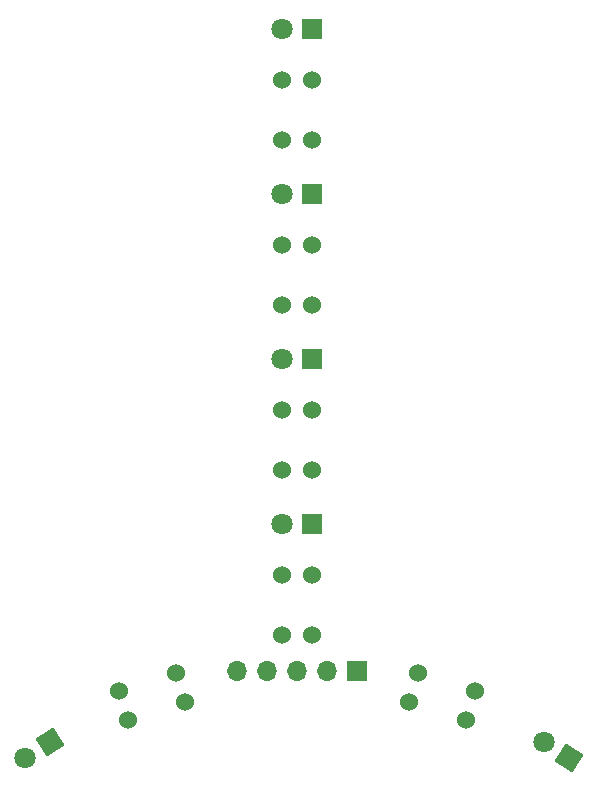
<source format=gbr>
%TF.GenerationSoftware,KiCad,Pcbnew,(6.0.5)*%
%TF.CreationDate,2022-10-18T17:48:47+09:00*%
%TF.ProjectId,line_sensor_right,6c696e65-5f73-4656-9e73-6f725f726967,rev?*%
%TF.SameCoordinates,Original*%
%TF.FileFunction,Soldermask,Top*%
%TF.FilePolarity,Negative*%
%FSLAX46Y46*%
G04 Gerber Fmt 4.6, Leading zero omitted, Abs format (unit mm)*
G04 Created by KiCad (PCBNEW (6.0.5)) date 2022-10-18 17:48:47*
%MOMM*%
%LPD*%
G01*
G04 APERTURE LIST*
G04 Aperture macros list*
%AMRotRect*
0 Rectangle, with rotation*
0 The origin of the aperture is its center*
0 $1 length*
0 $2 width*
0 $3 Rotation angle, in degrees counterclockwise*
0 Add horizontal line*
21,1,$1,$2,0,0,$3*%
G04 Aperture macros list end*
%ADD10R,1.800000X1.800000*%
%ADD11C,1.800000*%
%ADD12RotRect,1.800000X1.800000X147.500000*%
%ADD13C,1.524000*%
%ADD14RotRect,1.800000X1.800000X212.500000*%
%ADD15R,1.700000X1.700000*%
%ADD16O,1.700000X1.700000*%
G04 APERTURE END LIST*
D10*
%TO.C,D6*%
X160025000Y-69596000D03*
D11*
X157485000Y-69596000D03*
%TD*%
D12*
%TO.C,D3*%
X181797654Y-117325407D03*
D11*
X179655440Y-115960666D03*
%TD*%
D10*
%TO.C,D5*%
X160025000Y-97536000D03*
D11*
X157485000Y-97536000D03*
%TD*%
D10*
%TO.C,D7*%
X160025000Y-55626000D03*
D11*
X157485000Y-55626000D03*
%TD*%
D13*
%TO.C,U1*%
X149256673Y-112574219D03*
X148492881Y-110151778D03*
X143647998Y-111679364D03*
X144411791Y-114101805D03*
%TD*%
D14*
%TO.C,D1*%
X137852994Y-115955293D03*
D11*
X135710780Y-117320034D03*
%TD*%
D13*
%TO.C,U3*%
X173088209Y-114101805D03*
X173852002Y-111679364D03*
X169007119Y-110151778D03*
X168243327Y-112574219D03*
%TD*%
%TO.C,U7*%
X160018000Y-59944000D03*
X157478000Y-59944000D03*
X157478000Y-65024000D03*
X160018000Y-65024000D03*
%TD*%
%TO.C,U6*%
X160018000Y-73914000D03*
X157478000Y-73914000D03*
X157478000Y-78994000D03*
X160018000Y-78994000D03*
%TD*%
D15*
%TO.C,J1*%
X163825000Y-109925000D03*
D16*
X161285000Y-109925000D03*
X158745000Y-109925000D03*
X156205000Y-109925000D03*
X153665000Y-109925000D03*
%TD*%
D13*
%TO.C,U4*%
X160018000Y-87884000D03*
X157478000Y-87884000D03*
X157478000Y-92964000D03*
X160018000Y-92964000D03*
%TD*%
D10*
%TO.C,D4*%
X160025000Y-83566000D03*
D11*
X157485000Y-83566000D03*
%TD*%
D13*
%TO.C,U5*%
X160018000Y-101854000D03*
X157478000Y-101854000D03*
X157478000Y-106934000D03*
X160018000Y-106934000D03*
%TD*%
M02*

</source>
